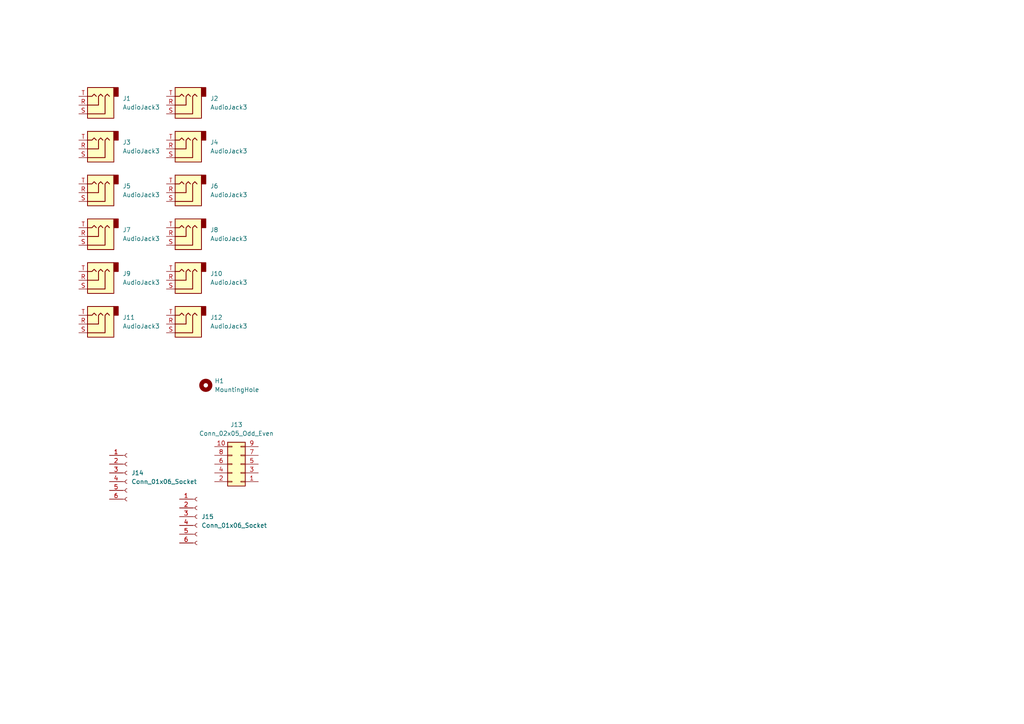
<source format=kicad_sch>
(kicad_sch (version 20231120) (generator "eeschema") (generator_version "8.0")
  (paper "A4")
  (lib_symbols
    (symbol "Connector:AudioJack3"
      (property "Reference" "J" (at 0 8.89 0))
      (property "Value" "AudioJack3" (at 0 6.35 0))
      (symbol "AudioJack3_0_1"
        (rectangle (start -5.08 -5.08) (end -6.35 -2.54) (stroke (width 0.254)) (fill (type outline)))
        (polyline (pts (xy 0 -2.54) (xy 0.635 -3.175) (xy 1.27 -2.54) (xy 2.54 -2.54)) (stroke (width 0.254)))
        (polyline (pts (xy -1.905 -2.54) (xy -1.27 -3.175) (xy -0.635 -2.54) (xy -0.635 0) (xy 2.54 0)) (stroke (width 0.254)))
        (polyline (pts (xy 2.54 2.54) (xy -2.54 2.54) (xy -2.54 -2.54) (xy -3.175 -3.175) (xy -3.81 -2.54)) (stroke (width 0.254)))
        (rectangle (start 2.54 3.81) (end -5.08 -5.08) (stroke (width 0.254)) (fill (type background)))
      )
      (symbol "AudioJack3_1_1"
        (pin passive line (at 5.08 0 180) (length 2.54) (name "~") (number "R"))
        (pin passive line (at 5.08 2.54 180) (length 2.54) (name "~") (number "S"))
        (pin passive line (at 5.08 -2.54 180) (length 2.54) (name "~") (number "T"))
      )
    )
    (symbol "Connector:Conn_01x06_Socket" (pin_names (offset 1.016) hide)
      (property "Reference" "J" (at 0 7.62 0))
      (property "Value" "Conn_01x06_Socket" (at 0 -10.16 0))
      (symbol "Conn_01x06_Socket_1_1"
        (arc (start 0 -7.112) (mid -0.5058 -7.62) (end 0 -8.128) (stroke (width 0.1524)))
        (arc (start 0 -4.572) (mid -0.5058 -5.08) (end 0 -5.588) (stroke (width 0.1524)))
        (arc (start 0 -2.032) (mid -0.5058 -2.54) (end 0 -3.048) (stroke (width 0.1524)))
        (polyline (pts (xy -1.27 -7.62) (xy -0.508 -7.62)) (stroke (width 0.1524)))
        (polyline (pts (xy -1.27 -5.08) (xy -0.508 -5.08)) (stroke (width 0.1524)))
        (polyline (pts (xy -1.27 -2.54) (xy -0.508 -2.54)) (stroke (width 0.1524)))
        (polyline (pts (xy -1.27 0) (xy -0.508 0)) (stroke (width 0.1524)))
        (polyline (pts (xy -1.27 2.54) (xy -0.508 2.54)) (stroke (width 0.1524)))
        (polyline (pts (xy -1.27 5.08) (xy -0.508 5.08)) (stroke (width 0.1524)))
        (arc (start 0 0.508) (mid -0.5058 0) (end 0 -0.508) (stroke (width 0.1524)))
        (arc (start 0 3.048) (mid -0.5058 2.54) (end 0 2.032) (stroke (width 0.1524)))
        (arc (start 0 5.588) (mid -0.5058 5.08) (end 0 4.572) (stroke (width 0.1524)))
        (pin passive line (at -5.08 5.08 0) (length 3.81) (name "Pin_1") (number "1"))
        (pin passive line (at -5.08 2.54 0) (length 3.81) (name "Pin_2") (number "2"))
        (pin passive line (at -5.08 0 0) (length 3.81) (name "Pin_3") (number "3"))
        (pin passive line (at -5.08 -2.54 0) (length 3.81) (name "Pin_4") (number "4"))
        (pin passive line (at -5.08 -5.08 0) (length 3.81) (name "Pin_5") (number "5"))
        (pin passive line (at -5.08 -7.62 0) (length 3.81) (name "Pin_6") (number "6"))
      )
    )
    (symbol "Connector_Generic:Conn_02x05_Odd_Even" (pin_names (offset 1.016) hide)
      (property "Reference" "J" (at 1.27 7.62 0))
      (property "Value" "Conn_02x05_Odd_Even" (at 1.27 -7.62 0))
      (symbol "Conn_02x05_Odd_Even_1_1"
        (rectangle (start -1.27 -4.953) (end 0 -5.207) (stroke (width 0.1524)))
        (rectangle (start -1.27 -2.413) (end 0 -2.667) (stroke (width 0.1524)))
        (rectangle (start -1.27 0.127) (end 0 -0.127) (stroke (width 0.1524)))
        (rectangle (start -1.27 2.667) (end 0 2.413) (stroke (width 0.1524)))
        (rectangle (start -1.27 5.207) (end 0 4.953) (stroke (width 0.1524)))
        (rectangle (start -1.27 6.35) (end 3.81 -6.35) (stroke (width 0.254)) (fill (type background)))
        (rectangle (start 3.81 -4.953) (end 2.54 -5.207) (stroke (width 0.1524)))
        (rectangle (start 3.81 -2.413) (end 2.54 -2.667) (stroke (width 0.1524)))
        (rectangle (start 3.81 0.127) (end 2.54 -0.127) (stroke (width 0.1524)))
        (rectangle (start 3.81 2.667) (end 2.54 2.413) (stroke (width 0.1524)))
        (rectangle (start 3.81 5.207) (end 2.54 4.953) (stroke (width 0.1524)))
        (pin passive line (at -5.08 5.08 0) (length 3.81) (name "Pin_1") (number "1"))
        (pin passive line (at 7.62 -5.08 180) (length 3.81) (name "Pin_10") (number "10"))
        (pin passive line (at 7.62 5.08 180) (length 3.81) (name "Pin_2") (number "2"))
        (pin passive line (at -5.08 2.54 0) (length 3.81) (name "Pin_3") (number "3"))
        (pin passive line (at 7.62 2.54 180) (length 3.81) (name "Pin_4") (number "4"))
        (pin passive line (at -5.08 0 0) (length 3.81) (name "Pin_5") (number "5"))
        (pin passive line (at 7.62 0 180) (length 3.81) (name "Pin_6") (number "6"))
        (pin passive line (at -5.08 -2.54 0) (length 3.81) (name "Pin_7") (number "7"))
        (pin passive line (at 7.62 -2.54 180) (length 3.81) (name "Pin_8") (number "8"))
        (pin passive line (at -5.08 -5.08 0) (length 3.81) (name "Pin_9") (number "9"))
      )
    )
    (symbol "Mechanical:MountingHole" (pin_names (offset 1.016))
      (property "Reference" "H" (at 0 5.08 0))
      (property "Value" "MountingHole" (at 0 3.175 0))
      (symbol "MountingHole_0_1"
        (circle (center 0 0) (radius 1.27) (stroke (width 1.27)))
      )
    )
  )
  (symbol (lib_id "Connector:AudioJack3") (at 53.34 93.98 180) (unit 1)
    (property "Reference" "J12" (at 60.96 92.0749 0) (effects (justify right)))
    (property "Value" "AudioJack3" (at 60.96 94.6149 0) (effects (justify right)))
    (property "Footprint" "AudioJacks:Jack_3.5mm_QingPu_WQP-PJ301M-12_Vertical" (effects (hide yes)))
  )
  (symbol (lib_id "Connector:AudioJack3") (at 27.94 93.98 180) (unit 1)
    (property "Reference" "J11" (at 35.56 92.0749 0) (effects (justify right)))
    (property "Value" "AudioJack3" (at 35.56 94.6149 0) (effects (justify right)))
    (property "Footprint" "AudioJacks:Jack_3.5mm_QingPu_WQP-PJ301M-12_Vertical" (effects (hide yes)))
  )
  (symbol (lib_id "Connector:AudioJack3") (at 53.34 81.28 180) (unit 1)
    (property "Reference" "J10" (at 60.96 79.3749 0) (effects (justify right)))
    (property "Value" "AudioJack3" (at 60.96 81.9149 0) (effects (justify right)))
    (property "Footprint" "AudioJacks:Jack_3.5mm_QingPu_WQP-PJ301M-12_Vertical" (effects (hide yes)))
  )
  (symbol (lib_id "Connector:AudioJack3") (at 27.94 30.48 180) (unit 1)
    (property "Reference" "J1" (at 35.56 28.5749 0) (effects (justify right)))
    (property "Value" "AudioJack3" (at 35.56 31.1149 0) (effects (justify right)))
    (property "Footprint" "AudioJacks:Jack_3.5mm_QingPu_WQP-PJ301M-12_Vertical" (effects (hide yes)))
  )
  (symbol (lib_id "Connector:AudioJack3") (at 27.94 81.28 180) (unit 1)
    (property "Reference" "J9" (at 35.56 79.3749 0) (effects (justify right)))
    (property "Value" "AudioJack3" (at 35.56 81.9149 0) (effects (justify right)))
    (property "Footprint" "AudioJacks:Jack_3.5mm_QingPu_WQP-PJ301M-12_Vertical" (effects (hide yes)))
  )
  (symbol (lib_id "Connector:AudioJack3") (at 53.34 68.58 180) (unit 1)
    (property "Reference" "J8" (at 60.96 66.6749 0) (effects (justify right)))
    (property "Value" "AudioJack3" (at 60.96 69.2149 0) (effects (justify right)))
    (property "Footprint" "AudioJacks:Jack_3.5mm_QingPu_WQP-PJ301M-12_Vertical" (effects (hide yes)))
  )
  (symbol (lib_id "Connector:Conn_01x06_Socket") (at 36.83 137.16 0) (unit 1)
    (property "Reference" "J14" (at 38.1 137.1599 0) (effects (justify left)))
    (property "Value" "Conn_01x06_Socket" (at 38.1 139.6999 0) (effects (justify left)))
    (property "Footprint" "Connector_PinSocket_2.54mm:PinSocket_1x06_P2.54mm_Vertical" (effects (hide yes)))
    (property "Description" "Generic connector, single row, 01x06, script generated" (effects (hide yes)))
  )
  (symbol (lib_id "Connector:AudioJack3") (at 27.94 55.88 180) (unit 1)
    (property "Reference" "J5" (at 35.56 53.9749 0) (effects (justify right)))
    (property "Value" "AudioJack3" (at 35.56 56.5149 0) (effects (justify right)))
    (property "Footprint" "AudioJacks:Jack_3.5mm_QingPu_WQP-PJ301M-12_Vertical" (effects (hide yes)))
  )
  (symbol (lib_id "Connector:Conn_01x06_Socket") (at 57.15 149.86 0) (unit 1)
    (property "Reference" "J15" (at 58.42 149.8599 0) (effects (justify left)))
    (property "Value" "Conn_01x06_Socket" (at 58.42 152.3999 0) (effects (justify left)))
    (property "Footprint" "Connector_PinSocket_2.54mm:PinSocket_1x06_P2.54mm_Vertical" (effects (hide yes)))
    (property "Description" "Generic connector, single row, 01x06, script generated" (effects (hide yes)))
  )
  (symbol (lib_id "Connector_Generic:Conn_02x05_Odd_Even") (at 69.85 134.62 180) (unit 1)
    (property "Reference" "J13" (at 68.58 123.19 0))
    (property "Value" "Conn_02x05_Odd_Even" (at 68.58 125.73 0))
    (property "Footprint" "Connector_IDC:IDC-Header_2x05_P2.54mm_Vertical" (effects (hide yes)))
    (property "Description" "Generic connector, double row, 02x05, odd/even pin numbering scheme (row 1 odd numbers, row 2 even numbers), script generated (kicad-library-utils/schlib/autogen/connector/)" (effects (hide yes)))
  )
  (symbol (lib_id "Connector:AudioJack3") (at 27.94 68.58 180) (unit 1)
    (property "Reference" "J7" (at 35.56 66.6749 0) (effects (justify right)))
    (property "Value" "AudioJack3" (at 35.56 69.2149 0) (effects (justify right)))
    (property "Footprint" "AudioJacks:Jack_3.5mm_QingPu_WQP-PJ301M-12_Vertical" (effects (hide yes)))
  )
  (symbol (lib_id "Connector:AudioJack3") (at 53.34 30.48 180) (unit 1)
    (property "Reference" "J2" (at 60.96 28.5749 0) (effects (justify right)))
    (property "Value" "AudioJack3" (at 60.96 31.1149 0) (effects (justify right)))
    (property "Footprint" "AudioJacks:Jack_3.5mm_QingPu_WQP-PJ301M-12_Vertical" (effects (hide yes)))
  )
  (symbol (lib_id "Connector:AudioJack3") (at 53.34 55.88 180) (unit 1)
    (property "Reference" "J6" (at 60.96 53.9749 0) (effects (justify right)))
    (property "Value" "AudioJack3" (at 60.96 56.5149 0) (effects (justify right)))
    (property "Footprint" "AudioJacks:Jack_3.5mm_QingPu_WQP-PJ301M-12_Vertical" (effects (hide yes)))
  )
  (symbol (lib_id "Connector:AudioJack3") (at 27.94 43.18 180) (unit 1)
    (property "Reference" "J3" (at 35.56 41.2749 0) (effects (justify right)))
    (property "Value" "AudioJack3" (at 35.56 43.8149 0) (effects (justify right)))
    (property "Footprint" "AudioJacks:Jack_3.5mm_QingPu_WQP-PJ301M-12_Vertical" (effects (hide yes)))
  )
  (symbol (lib_id "Mechanical:MountingHole") (at 59.69 111.76 0) (unit 1)
    (property "Reference" "H1" (at 62.23 110.4899 0) (effects (justify left)))
    (property "Value" "MountingHole" (at 62.23 113.0299 0) (effects (justify left)))
    (property "Footprint" "MountingHole:MountingHole_2.2mm_M2_ISO7380_Pad" (effects (hide yes)))
    (property "Description" "Mounting Hole without connection" (effects (hide yes)))
  )
  (symbol (lib_id "Connector:AudioJack3") (at 53.34 43.18 180) (unit 1)
    (property "Reference" "J4" (at 60.96 41.2749 0) (effects (justify right)))
    (property "Value" "AudioJack3" (at 60.96 43.8149 0) (effects (justify right)))
    (property "Footprint" "AudioJacks:Jack_3.5mm_QingPu_WQP-PJ301M-12_Vertical" (effects (hide yes)))
  )
)
</source>
